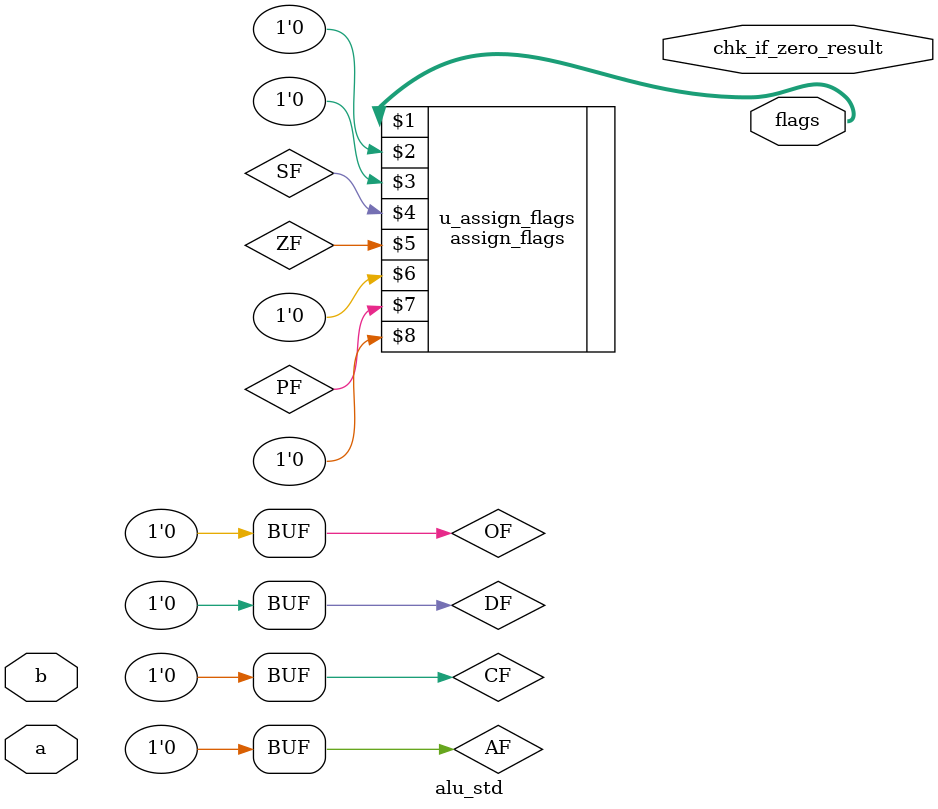
<source format=v>
module alu (alu_out, flags, a, b, op);
	output [31:0] alu_out;
	output [31:0] flags;
	input [31:0] a, b;
	input [2:0] op;

	wire [31:0] adder_result, or_result, not_result, daa_result, and_result, cld_result, cmp_result, std_result;
	wire [31:0] adder_flags, or_flags, not_flags, daa_flags, and_flags, cld_flags, cmp_flags, std_flags;

	assign and_result = 32'h00000000;
	assign cld_result = 32'h00000000;
	assign cmp_result = 32'h00000000;
	assign std_result = 32'h00000000;

	assign and_flags = 32'h00000000;
	assign cld_flags = 32'h00000000;
	assign cmp_flags = 32'h00000000;
	assign std_flags = 32'h00000000;

	alu_adder u_alu_adder (adder_result, adder_flags, a, b);
	alu_or u_alu_or (or_result, or_flags, a, b);
	alu_not u_alu_not (not_result, not_flags, a);
	alu_daa u_alu_daa (daa_result, daa_flags, a);

	mux32_8way out_selection(alu_out, adder_result, or_result, not_result, daa_result, and_result, cld_result, cmp_result, std_result, op[2:0]);
	mux32_8way flag_selection(flags, adder_flags, or_flags, not_flags, daa_flags, and_flags, cld_flags, cmp_flags, std_flags, op[2:0]);

endmodule // alu

module alu_adder (adder_result, flags, a, b);
	output [31:0] adder_result;
	output [31:0] flags;
	input [31:0] a, b;

	wire [31:0] adder_carry; 
	adder32 u_adder32(adder_result, adder_carry, a, b);  

	wire OF, DF, SF, ZF, AF, PF, CF; 

	OF_logic u_OF_logic(OF, adder_result[31], a[31], b[31]);
	assign DF = 0;
	assign SF = adder_result[31];
	ZF_logic u_ZF_logic(ZF, adder_result[31:0]);
	assign AF = adder_carry[3];
	PF_logic u_PF_logic(PF, adder_result[7:0]);
	assign CF = adder_carry[31];

	assign_flags u_assign_flags(flags[31:0], OF, DF, SF, ZF, AF, PF, CF);	

endmodule

module alu_or (
	output [31:0] or_result,
	output [31:0] flags,
	input [31:0] a, b
	);

	or32_2way u_or32_2way(or_result, a, b);

	wire OF, DF, SF, ZF, AF, PF, CF;  

	assign OF = 0;
	assign DF = 0;
	assign SF = or_result[31];
	ZF_logic u_ZF_logic(ZF, or_result[31:0]);
	assign AF = 0;
	PF_logic u_PF_logic(PF, or_result[7:0]);
	assign CF = 0;

	assign_flags u_assign_flags(flags[31:0], OF, DF, SF, ZF, AF, PF, CF);	
endmodule

module alu_not (
	output [31:0] not_result,
	output [31:0] flags,
	input [31:0] a
	);

	not32_2way u_not32_2way(not_result, a);

	wire OF, DF, SF, ZF, AF, PF, CF;  

	assign OF = 0;
	assign DF = 0;
	assign SF = 0;
	assign ZF = 0;
	assign AF = 0;
	assign PF = 0;
	assign CF = 0;

	assign_flags u_assign_flags(flags[31:0], OF, DF, SF, ZF, AF, PF, CF);	
endmodule

module alu_daa (
	output [31:0] daa_result,
	output [31:0] flags,
	input [31:0] a
	);

	wire [1:0] daa_carry_out;
	daa_double_digit u_daa_double_digit(daa_result[7:0], daa_carry_out, a[7:0]);

	wire OF, DF, SF, ZF, AF, PF, CF;  

	assign OF = 0;
	assign DF = 0;
	assign SF = 0; //bcd is unsigned, vol1, page 80
	ZF_logic_daa u_ZF_logic_daa(ZF, daa_result[7:0]);
	or2$ u_AF(AF, daa_carry_out[0], daa_carry_out[1]); //different for DAA
	PF_logic u_PF_logic(PF, daa_result[7:0]);
	or2$ u_CF(CF, daa_carry_out[0], daa_carry_out[1]); //different for DAA

	assign_flags u_assign_flags(flags[31:0], OF, DF, SF, ZF, AF, PF, CF);	
endmodule

module daa_single_digit (
	output [3:0] digit_out, 
	output carry_out, 
	input [3:0] a,
	input carry_in
	);

	wire [3:0] a_not;
	wire carry_in_not;

	not4_2way not_a(a_not, a);
	inv1$ not_carry_in(carry_in_not, carry_in);

	wire and3_comp1, and3_comp2, and3_comp3;
	wire and2_comp1, and2_comp2, and2_comp3, and2_comp4, and2_comp5;
	wire and1_comp1, and1_comp2, and1_comp3, and1_comp4, and1_comp5, and1_comp6;
	wire and0_comp1, and0_comp2;
	wire andCarry_comp1, andCarry_comp2, andCarry_comp3;
	
	//or_comp1
	and1_5way u_and3_comp1(and3_comp1, a_not[3], a[2], a[1], a[0], carry_in);
	and4$ u_and3_comp2(and3_comp2, a[3], a_not[2], a_not[1], a_not[0]);
	and4$ u_and3_comp3(and3_comp3, a[3], a_not[2], a_not[1], carry_in_not);
	//or_comp2
	and1_5way u_and2_comp1(and2_comp1, a_not[3], a_not[2], a[1], a[0], carry_in);
	and3$ u_and2_comp2(and2_comp2, a[3], a[2], a[1]);
	and3$ u_and2_comp3(and2_comp3, a_not[3], a[2], a_not[0]);
	and3$ u_and2_comp4(and2_comp4, a_not[3], a[2], carry_in_not);
	and4$ u_and2_comp5(and2_comp5, a[2], a_not[1], a[0], carry_in);
	//or_comp3
	and4$ u_and1_comp1(and1_comp1, a_not[3], a_not[1], a[0], carry_in);
	and3$ u_and1_comp2(and1_comp2, a_not[3], a[1], a_not[0]);
	and3$ u_and1_comp3(and1_comp3, a_not[3], a[1], carry_in_not);
	and4$ u_and1_comp4(and1_comp4, a[3], a[1], a[0], carry_in);
	and4$ u_and1_comp5(and1_comp5, a[3], a[2], a_not[1], a_not[0]);
	and4$ u_and1_comp6(and1_comp6, a[3], a[2], a_not[1], carry_in_not);
	//or_comp4
	and2$ u_and0_comp1(and0_comp1, a_not[0], carry_in);
	and2$ u_and0_comp2(and0_comp2, a[0], carry_in_not);
	//or_comp5
	and3$ u_andCarry_comp1(andCarry_comp1, a[3], a[0], carry_in);
	and2$ u_andCarry_comp2(andCarry_comp2, a[3], a[1]);
	and2$ u_andCarry_comp3(andCarry_comp3, a[3], a[2]);

	or3$ u_or_final_1(digit_out[3], and3_comp1, and3_comp2, and3_comp3);
	or1_5way u_or_final_2(digit_out[2], and2_comp1, and2_comp2, and2_comp3, and2_comp4, and2_comp5);
	or1_6way u_or_final_3(digit_out[1], and1_comp1, and1_comp2, and1_comp3, and1_comp4, and1_comp5, and1_comp6);
	or2$ u_or_final_4(digit_out[0], and0_comp1, and0_comp2);
	or3$ u_or_final_5(carry_out, andCarry_comp1, andCarry_comp2, andCarry_comp3);

endmodule

module daa_double_digit (
	output [7:0] digits_out,
	output [1:0] carry_out, 
	input [7:0] digits_in
	);

	wire intermediate_carry;

	daa_single_digit u_digit_low(digits_out[3:0], intermediate_carry, digits_in[3:0], 1'b0);
	daa_single_digit u_digit_high(digits_out[7:4], carry_out[1], digits_in[7:4], intermediate_carry);
	assign carry_out[0] = intermediate_carry;


endmodule

module alu_and (
	output [31:0] not_result,
	output [31:0] flags,
	input [31:0] a, b
	);

	//or32_2way or32_2way (or_result, a, b);

	wire OF, DF, SF, ZF, AF, PF, CF;  

	assign OF = 0;
	assign DF = 0;
	//assign SF = or_result[31];
	//ZF_logic(ZF, or_result[31:0]);
	assign AF = 0;
	//PF_logic(PF, or_result[7:0]);
	assign CF = 0;

	assign_flags u_assign_flags(flags[31:0], OF, DF, SF, ZF, AF, PF, CF);	
endmodule

module alu_cld (
	output [31:0] not_result,
	output [31:0] flags,
	input [31:0] a, b
	);

	//module or32_2way (or_result, a, b);

	wire OF, DF, SF, ZF, AF, PF, CF;  

	assign OF = 0;
	assign DF = 0;
	//assign SF = or_result[31];
	//ZF_logic(ZF, or_result[31:0]);
	assign AF = 0;
	//PF_logic(PF, or_result[7:0]);
	assign CF = 0;

	assign_flags u_assign_flags(flags[31:0], OF, DF, SF, ZF, AF, PF, CF);	
endmodule

module alu_cmp (
	output [31:0] not_result,
	output [31:0] flags,
	input [31:0] a, b
	);

	//module or32_2way (or_result, a, b);

	wire OF, DF, SF, ZF, AF, PF, CF;  

	assign OF = 0;
	assign DF = 0;
	//assign SF = or_result[31];
	//ZF_logic(ZF, or_result[31:0]);
	assign AF = 0;
	//PF_logic(PF, or_result[7:0]);
	assign CF = 0;

	assign_flags u_assign_flags(flags[31:0], OF, DF, SF, ZF, AF, PF, CF);	
endmodule

module alu_std (
	output [31:0] chk_if_zero_result,
	output [31:0] flags,
	input [31:0] a, b
	);

	//module or32_2way (or_result, a, b);

	wire OF, DF, SF, ZF, AF, PF, CF;  

	assign OF = 0;
	assign DF = 0;
	//assign SF = or_result[31];
	//ZF_logic(ZF, or_result[31:0]);
	assign AF = 0;
	//PF_logic(PF, or_result[7:0]);
	assign CF = 0;

	assign_flags u_assign_flags(flags[31:0], OF, DF, SF, ZF, AF, PF, CF);	
endmodule


</source>
